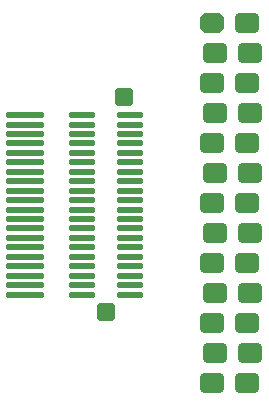
<source format=gbr>
%TF.GenerationSoftware,Altium Limited,Altium Designer,25.5.2 (35)*%
G04 Layer_Color=255*
%FSLAX45Y45*%
%MOMM*%
%TF.SameCoordinates,F9D1B48F-3E51-4A7C-A873-13CCE31A6061*%
%TF.FilePolarity,Positive*%
%TF.FileFunction,Pads,Bot*%
%TF.Part,Single*%
G01*
G75*
%TA.AperFunction,SMDPad,CuDef*%
G04:AMPARAMS|DCode=10|XSize=3.2mm|YSize=0.5mm|CornerRadius=0.125mm|HoleSize=0mm|Usage=FLASHONLY|Rotation=0.000|XOffset=0mm|YOffset=0mm|HoleType=Round|Shape=RoundedRectangle|*
%AMROUNDEDRECTD10*
21,1,3.20000,0.25000,0,0,0.0*
21,1,2.95000,0.50000,0,0,0.0*
1,1,0.25000,1.47500,-0.12500*
1,1,0.25000,-1.47500,-0.12500*
1,1,0.25000,-1.47500,0.12500*
1,1,0.25000,1.47500,0.12500*
%
%ADD10ROUNDEDRECTD10*%
%TA.AperFunction,ComponentPad*%
G04:AMPARAMS|DCode=14|XSize=1.7mm|YSize=2.1mm|CornerRadius=0.425mm|HoleSize=0mm|Usage=FLASHONLY|Rotation=270.000|XOffset=0mm|YOffset=0mm|HoleType=Round|Shape=RoundedRectangle|*
%AMROUNDEDRECTD14*
21,1,1.70000,1.25001,0,0,270.0*
21,1,0.85000,2.10000,0,0,270.0*
1,1,0.85000,-0.62500,-0.42500*
1,1,0.85000,-0.62500,0.42500*
1,1,0.85000,0.62500,0.42500*
1,1,0.85000,0.62500,-0.42500*
%
%ADD14ROUNDEDRECTD14*%
G04:AMPARAMS|DCode=15|XSize=1.7mm|YSize=2.1mm|CornerRadius=0mm|HoleSize=0mm|Usage=FLASHONLY|Rotation=270.000|XOffset=0mm|YOffset=0mm|HoleType=Round|Shape=Octagon|*
%AMOCTAGOND15*
4,1,8,1.05000,0.42500,1.05000,-0.42500,0.62500,-0.85000,-0.62500,-0.85000,-1.05000,-0.42500,-1.05000,0.42500,-0.62500,0.85000,0.62500,0.85000,1.05000,0.42500,0.0*
%
%ADD15OCTAGOND15*%

G04:AMPARAMS|DCode=16|XSize=1.55mm|YSize=1.6mm|CornerRadius=0.3875mm|HoleSize=0mm|Usage=FLASHONLY|Rotation=270.000|XOffset=0mm|YOffset=0mm|HoleType=Round|Shape=RoundedRectangle|*
%AMROUNDEDRECTD16*
21,1,1.55000,0.82500,0,0,270.0*
21,1,0.77500,1.60000,0,0,270.0*
1,1,0.77500,-0.41250,-0.38750*
1,1,0.77500,-0.41250,0.38750*
1,1,0.77500,0.41250,0.38750*
1,1,0.77500,0.41250,-0.38750*
%
%ADD16ROUNDEDRECTD16*%
%TA.AperFunction,SMDPad,CuDef*%
G04:AMPARAMS|DCode=18|XSize=2.2mm|YSize=0.5mm|CornerRadius=0.125mm|HoleSize=0mm|Usage=FLASHONLY|Rotation=180.000|XOffset=0mm|YOffset=0mm|HoleType=Round|Shape=RoundedRectangle|*
%AMROUNDEDRECTD18*
21,1,2.20000,0.25000,0,0,180.0*
21,1,1.95000,0.50000,0,0,180.0*
1,1,0.25000,-0.97500,0.12500*
1,1,0.25000,0.97500,0.12500*
1,1,0.25000,0.97500,-0.12500*
1,1,0.25000,-0.97500,-0.12500*
%
%ADD18ROUNDEDRECTD18*%
D10*
X300000Y2500000D02*
D03*
Y2260000D02*
D03*
Y2340000D02*
D03*
Y2420000D02*
D03*
Y2100000D02*
D03*
Y2180000D02*
D03*
Y2020000D02*
D03*
Y1940000D02*
D03*
Y1860000D02*
D03*
Y1780000D02*
D03*
Y1700000D02*
D03*
Y1620000D02*
D03*
Y1540000D02*
D03*
Y1460000D02*
D03*
Y1380000D02*
D03*
Y1300000D02*
D03*
Y1220000D02*
D03*
Y1140000D02*
D03*
Y1060000D02*
D03*
Y980000D02*
D03*
D14*
X2174000Y232000D02*
D03*
X2200000Y486000D02*
D03*
X2174000Y740000D02*
D03*
X2200000Y994000D02*
D03*
X2174000Y1248000D02*
D03*
X2200000Y1502000D02*
D03*
X2174000Y1756000D02*
D03*
X2200000Y2010000D02*
D03*
X2174000Y2264000D02*
D03*
X2200000Y2518000D02*
D03*
X2174000Y2772000D02*
D03*
X2200000Y3026000D02*
D03*
X2174000Y3280000D02*
D03*
X1880000Y232000D02*
D03*
X1906000Y486000D02*
D03*
X1880000Y740000D02*
D03*
X1906000Y994000D02*
D03*
X1880000Y1248000D02*
D03*
X1906000Y1502000D02*
D03*
X1880000Y1756000D02*
D03*
X1906000Y2010000D02*
D03*
X1880000Y2264000D02*
D03*
X1906000Y2518000D02*
D03*
X1880000Y2772000D02*
D03*
X1906000Y3026000D02*
D03*
D15*
X1880000Y3280000D02*
D03*
D16*
X982999Y830000D02*
D03*
X1132999Y2650000D02*
D03*
D18*
X1185999Y2500000D02*
D03*
X779999D02*
D03*
X1185999Y2420000D02*
D03*
Y2340000D02*
D03*
Y2260000D02*
D03*
Y2180000D02*
D03*
Y2100000D02*
D03*
Y2020000D02*
D03*
Y1940000D02*
D03*
Y1860000D02*
D03*
Y1780000D02*
D03*
Y1700000D02*
D03*
Y1620000D02*
D03*
Y1540000D02*
D03*
Y1460000D02*
D03*
Y1380000D02*
D03*
Y1300000D02*
D03*
Y1220000D02*
D03*
Y1140000D02*
D03*
Y1060000D02*
D03*
Y980000D02*
D03*
X779999Y2420000D02*
D03*
Y2340000D02*
D03*
Y2260000D02*
D03*
Y2180000D02*
D03*
Y2100000D02*
D03*
Y2020000D02*
D03*
Y1940000D02*
D03*
Y1860000D02*
D03*
Y1780000D02*
D03*
Y1700000D02*
D03*
Y1620000D02*
D03*
Y1540000D02*
D03*
Y1460000D02*
D03*
Y1380000D02*
D03*
Y1300000D02*
D03*
Y1220000D02*
D03*
Y1140000D02*
D03*
Y1060000D02*
D03*
Y980000D02*
D03*
%TF.MD5,974ad1dd8b353d6c2fd880917951d6dd*%
M02*

</source>
